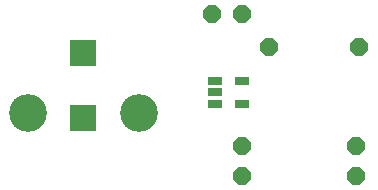
<source format=gts>
G75*
%MOIN*%
%OFA0B0*%
%FSLAX25Y25*%
%IPPOS*%
%LPD*%
%AMOC8*
5,1,8,0,0,1.08239X$1,22.5*
%
%ADD10OC8,0.06000*%
%ADD11R,0.05131X0.03162*%
%ADD12R,0.09068X0.09068*%
%ADD13C,0.12611*%
D10*
X0078609Y0065300D03*
X0078609Y0075300D03*
X0087609Y0108300D03*
X0078609Y0119300D03*
X0068609Y0119300D03*
X0117609Y0108300D03*
X0116609Y0075300D03*
X0116609Y0065300D03*
D11*
X0078468Y0089300D03*
X0078468Y0096780D03*
X0069609Y0096780D03*
X0069609Y0093040D03*
X0069609Y0089300D03*
D12*
X0025609Y0084473D03*
X0025609Y0106127D03*
D13*
X0007106Y0086284D03*
X0044113Y0086284D03*
M02*

</source>
